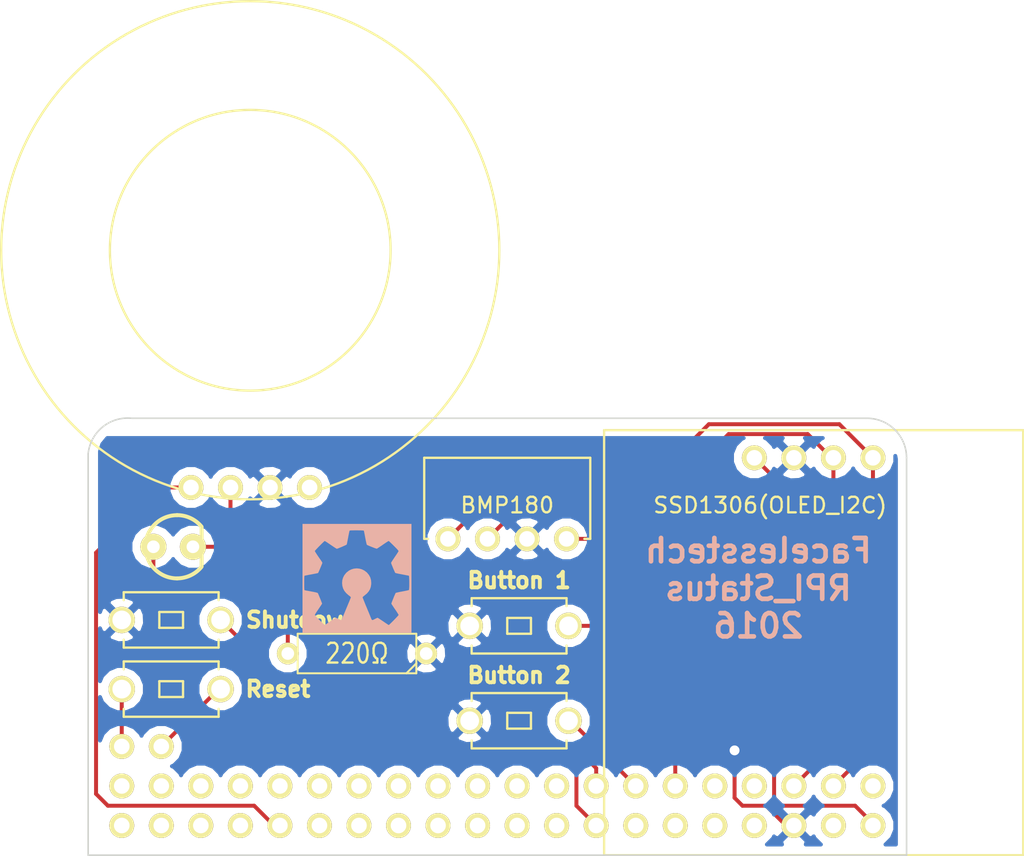
<source format=kicad_pcb>
(kicad_pcb (version 3) (host pcbnew "(22-Jun-2014 BZR 4027)-stable")

  (general
    (links 22)
    (no_connects 0)
    (area 187.630999 70.790999 253.948001 130.496)
    (thickness 1.6)
    (drawings 13)
    (tracks 70)
    (zones 0)
    (modules 11)
    (nets 13)
  )

  (page A3)
  (layers
    (15 F.Cu signal)
    (0 B.Cu signal)
    (16 B.Adhes user)
    (17 F.Adhes user)
    (18 B.Paste user)
    (19 F.Paste user)
    (20 B.SilkS user)
    (21 F.SilkS user)
    (22 B.Mask user)
    (23 F.Mask user)
    (24 Dwgs.User user)
    (25 Cmts.User user)
    (26 Eco1.User user)
    (27 Eco2.User user)
    (28 Edge.Cuts user)
  )

  (setup
    (last_trace_width 0.254)
    (trace_clearance 0.254)
    (zone_clearance 0.508)
    (zone_45_only no)
    (trace_min 0.254)
    (segment_width 0.2)
    (edge_width 0.1)
    (via_size 0.889)
    (via_drill 0.635)
    (via_min_size 0.889)
    (via_min_drill 0.508)
    (uvia_size 0.508)
    (uvia_drill 0.127)
    (uvias_allowed no)
    (uvia_min_size 0.508)
    (uvia_min_drill 0.127)
    (pcb_text_width 0.3)
    (pcb_text_size 1.5 1.5)
    (mod_edge_width 0.15)
    (mod_text_size 1 1)
    (mod_text_width 0.15)
    (pad_size 1.6 1.6)
    (pad_drill 1)
    (pad_to_mask_clearance 0)
    (aux_axis_origin 0 0)
    (visible_elements FFFFFFBF)
    (pcbplotparams
      (layerselection 284196865)
      (usegerberextensions true)
      (excludeedgelayer true)
      (linewidth 0.150000)
      (plotframeref false)
      (viasonmask false)
      (mode 1)
      (useauxorigin false)
      (hpglpennumber 1)
      (hpglpenspeed 20)
      (hpglpendiameter 15)
      (hpglpenoverlay 2)
      (psnegative false)
      (psa4output false)
      (plotreference true)
      (plotvalue true)
      (plotothertext true)
      (plotinvisibletext false)
      (padsonsilk false)
      (subtractmaskfromsilk false)
      (outputformat 1)
      (mirror false)
      (drillshape 0)
      (scaleselection 1)
      (outputdirectory gerbers/))
  )

  (net 0 "")
  (net 1 N-0000011)
  (net 2 N-0000012)
  (net 3 N-0000013)
  (net 4 N-0000016)
  (net 5 N-0000026)
  (net 6 N-000003)
  (net 7 N-0000037)
  (net 8 N-0000038)
  (net 9 N-0000039)
  (net 10 N-0000040)
  (net 11 N-0000042)
  (net 12 N-0000044)

  (net_class Default "This is the default net class."
    (clearance 0.254)
    (trace_width 0.254)
    (via_dia 0.889)
    (via_drill 0.635)
    (uvia_dia 0.508)
    (uvia_drill 0.127)
    (add_net "")
    (add_net N-0000011)
    (add_net N-0000012)
    (add_net N-0000013)
    (add_net N-0000016)
    (add_net N-0000026)
    (add_net N-000003)
    (add_net N-0000037)
    (add_net N-0000038)
    (add_net N-0000039)
    (add_net N-0000040)
    (add_net N-0000042)
    (add_net N-0000044)
  )

  (module ssd1306_oled_screen (layer F.Cu) (tedit 56C4DDA5) (tstamp 56BF8844)
    (at 240.157 100.457)
    (path /56BCBE72)
    (fp_text reference U1 (at 0 -4.191) (layer F.SilkS) hide
      (effects (font (size 1 1) (thickness 0.15)))
    )
    (fp_text value "SSD1306(OLED_I2C)" (at -2.794 3.048) (layer F.SilkS)
      (effects (font (size 1 1) (thickness 0.15)))
    )
    (fp_line (start -13.462 -1.778) (end 13.462 -1.778) (layer F.SilkS) (width 0.15))
    (fp_line (start 13.462 -1.778) (end 13.462 25.527) (layer F.SilkS) (width 0.15))
    (fp_line (start 13.462 25.527) (end -13.462 25.527) (layer F.SilkS) (width 0.15))
    (fp_line (start -13.462 25.527) (end -13.462 -1.778) (layer F.SilkS) (width 0.15))
    (pad 2 thru_hole circle (at -1.27 0) (size 1.6 1.6) (drill 1)
      (layers *.Cu *.Mask F.SilkS)
      (net 9 N-0000039)
    )
    (pad 3 thru_hole circle (at 1.27 0) (size 1.6 1.6) (drill 1)
      (layers *.Cu *.Mask F.SilkS)
      (net 5 N-0000026)
    )
    (pad 1 thru_hole circle (at -3.81 0) (size 1.6 1.6) (drill 1)
      (layers *.Cu *.Mask F.SilkS)
      (net 11 N-0000042)
    )
    (pad 4 thru_hole circle (at 3.81 0) (size 1.6 1.6) (drill 1)
      (layers *.Cu *.Mask F.SilkS)
      (net 8 N-0000038)
    )
  )

  (module BMP180 (layer F.Cu) (tedit 56C4D3A2) (tstamp 56BF888D)
    (at 220.472 105.664)
    (path /56BF80ED)
    (fp_text reference U2 (at 0 -3.937) (layer F.SilkS) hide
      (effects (font (size 1 1) (thickness 0.15)))
    )
    (fp_text value BMP180 (at 0 -2.159) (layer F.SilkS)
      (effects (font (size 1 1) (thickness 0.15)))
    )
    (fp_line (start -5.334 -5.207) (end -5.334 0) (layer F.SilkS) (width 0.15))
    (fp_line (start -5.334 0) (end -5.08 0) (layer F.SilkS) (width 0.15))
    (fp_line (start -5.334 -5.207) (end 5.334 -5.207) (layer F.SilkS) (width 0.15))
    (fp_line (start 5.334 -5.207) (end 5.334 0) (layer F.SilkS) (width 0.15))
    (fp_line (start 5.334 0) (end 4.953 0) (layer F.SilkS) (width 0.15))
    (pad 2 thru_hole circle (at -1.27 0) (size 1.6 1.6) (drill 1)
      (layers *.Cu *.Mask F.SilkS)
      (net 5 N-0000026)
    )
    (pad 3 thru_hole circle (at 1.27 0) (size 1.6 1.6) (drill 1)
      (layers *.Cu *.Mask F.SilkS)
      (net 9 N-0000039)
    )
    (pad 1 thru_hole circle (at -3.81 0) (size 1.6 1.6) (drill 1)
      (layers *.Cu *.Mask F.SilkS)
      (net 8 N-0000038)
    )
    (pad 4 thru_hole circle (at 3.81 0) (size 1.6 1.6) (drill 1)
      (layers *.Cu *.Mask F.SilkS)
      (net 11 N-0000042)
    )
  )

  (module ws2812_ring_custom (layer F.Cu) (tedit 56C4D39A) (tstamp 56C4B16D)
    (at 203.962 87.122 180)
    (path /56BCC473)
    (fp_text reference U3 (at 0 -11.938 180) (layer F.SilkS) hide
      (effects (font (size 1 1) (thickness 0.15)))
    )
    (fp_text value WS2812_RING (at 0 12.827 180) (layer F.SilkS) hide
      (effects (font (size 1 1) (thickness 0.15)))
    )
    (fp_circle (center 0 0) (end -9.017 0) (layer F.SilkS) (width 0.15))
    (fp_circle (center 0 0) (end -16.002 0) (layer F.SilkS) (width 0.15))
    (pad 3 thru_hole circle (at -1.27 -15.24 180) (size 1.6 1.6) (drill 1)
      (layers *.Cu *.Mask F.SilkS)
      (net 9 N-0000039)
    )
    (pad 2 thru_hole circle (at 1.27 -15.24 180) (size 1.6 1.6) (drill 1)
      (layers *.Cu *.Mask F.SilkS)
      (net 11 N-0000042)
    )
    (pad 4 thru_hole circle (at -3.81 -15.24 180) (size 1.6 1.6) (drill 1)
      (layers *.Cu *.Mask F.SilkS)
    )
    (pad 1 thru_hole circle (at 3.81 -15.24 180) (size 1.6 1.6) (drill 1)
      (layers *.Cu *.Mask F.SilkS)
      (net 3 N-0000013)
    )
  )

  (module button_single_custom (layer F.Cu) (tedit 56C4D280) (tstamp 56C4B2E0)
    (at 221.234 117.348)
    (path /56BCBE92)
    (fp_text reference SW2 (at 0 -4.064) (layer F.SilkS) hide
      (effects (font (size 1 1) (thickness 0.15)))
    )
    (fp_text value SW_PUSH (at 0 3.81) (layer F.SilkS) hide
      (effects (font (size 1 1) (thickness 0.15)))
    )
    (fp_line (start -0.762 -0.508) (end -0.762 0.508) (layer F.SilkS) (width 0.15))
    (fp_line (start -0.762 0.508) (end 0.762 0.508) (layer F.SilkS) (width 0.15))
    (fp_line (start 0.762 0.508) (end 0.762 -0.508) (layer F.SilkS) (width 0.15))
    (fp_line (start 0.762 -0.508) (end -0.762 -0.508) (layer F.SilkS) (width 0.15))
    (fp_line (start -3.048 1.778) (end 3.048 1.778) (layer F.SilkS) (width 0.15))
    (fp_line (start 3.048 1.778) (end 3.048 1.27) (layer F.SilkS) (width 0.15))
    (fp_line (start -3.048 1.27) (end -3.048 1.778) (layer F.SilkS) (width 0.15))
    (fp_line (start -3.048 -1.778) (end -3.048 -1.27) (layer F.SilkS) (width 0.15))
    (fp_line (start -3.048 -1.778) (end 3.048 -1.778) (layer F.SilkS) (width 0.15))
    (fp_line (start 3.048 -1.778) (end 3.048 -1.27) (layer F.SilkS) (width 0.15))
    (pad 1 thru_hole circle (at -3.175 0) (size 1.7 1.7) (drill 1.2)
      (layers *.Cu *.Mask F.SilkS)
      (net 9 N-0000039)
    )
    (pad 2 thru_hole circle (at 3.175 0) (size 1.7 1.7) (drill 1.2)
      (layers *.Cu *.Mask F.SilkS)
      (net 1 N-0000011)
    )
  )

  (module button_single_custom (layer F.Cu) (tedit 56C4D38E) (tstamp 56C4B2F0)
    (at 198.882 110.871)
    (path /56BCBEA1)
    (fp_text reference SW3 (at 0 -4.064) (layer F.SilkS) hide
      (effects (font (size 1 1) (thickness 0.15)))
    )
    (fp_text value SW_PUSH (at 0 3.81) (layer F.SilkS) hide
      (effects (font (size 1 1) (thickness 0.15)))
    )
    (fp_line (start -0.762 -0.508) (end -0.762 0.508) (layer F.SilkS) (width 0.15))
    (fp_line (start -0.762 0.508) (end 0.762 0.508) (layer F.SilkS) (width 0.15))
    (fp_line (start 0.762 0.508) (end 0.762 -0.508) (layer F.SilkS) (width 0.15))
    (fp_line (start 0.762 -0.508) (end -0.762 -0.508) (layer F.SilkS) (width 0.15))
    (fp_line (start -3.048 1.778) (end 3.048 1.778) (layer F.SilkS) (width 0.15))
    (fp_line (start 3.048 1.778) (end 3.048 1.27) (layer F.SilkS) (width 0.15))
    (fp_line (start -3.048 1.27) (end -3.048 1.778) (layer F.SilkS) (width 0.15))
    (fp_line (start -3.048 -1.778) (end -3.048 -1.27) (layer F.SilkS) (width 0.15))
    (fp_line (start -3.048 -1.778) (end 3.048 -1.778) (layer F.SilkS) (width 0.15))
    (fp_line (start 3.048 -1.778) (end 3.048 -1.27) (layer F.SilkS) (width 0.15))
    (pad 1 thru_hole circle (at -3.175 0) (size 1.7 1.7) (drill 1.2)
      (layers *.Cu *.Mask F.SilkS)
      (net 9 N-0000039)
    )
    (pad 2 thru_hole circle (at 3.175 0) (size 1.7 1.7) (drill 1.2)
      (layers *.Cu *.Mask F.SilkS)
      (net 7 N-0000037)
    )
  )

  (module button_single_custom (layer F.Cu) (tedit 56C4D279) (tstamp 56C4B300)
    (at 221.234 111.252)
    (path /56BCBEB0)
    (fp_text reference SW1 (at 0 -4.064) (layer F.SilkS) hide
      (effects (font (size 1 1) (thickness 0.15)))
    )
    (fp_text value SW_PUSH (at 0 3.81) (layer F.SilkS) hide
      (effects (font (size 1 1) (thickness 0.15)))
    )
    (fp_line (start -0.762 -0.508) (end -0.762 0.508) (layer F.SilkS) (width 0.15))
    (fp_line (start -0.762 0.508) (end 0.762 0.508) (layer F.SilkS) (width 0.15))
    (fp_line (start 0.762 0.508) (end 0.762 -0.508) (layer F.SilkS) (width 0.15))
    (fp_line (start 0.762 -0.508) (end -0.762 -0.508) (layer F.SilkS) (width 0.15))
    (fp_line (start -3.048 1.778) (end 3.048 1.778) (layer F.SilkS) (width 0.15))
    (fp_line (start 3.048 1.778) (end 3.048 1.27) (layer F.SilkS) (width 0.15))
    (fp_line (start -3.048 1.27) (end -3.048 1.778) (layer F.SilkS) (width 0.15))
    (fp_line (start -3.048 -1.778) (end -3.048 -1.27) (layer F.SilkS) (width 0.15))
    (fp_line (start -3.048 -1.778) (end 3.048 -1.778) (layer F.SilkS) (width 0.15))
    (fp_line (start 3.048 -1.778) (end 3.048 -1.27) (layer F.SilkS) (width 0.15))
    (pad 1 thru_hole circle (at -3.175 0) (size 1.7 1.7) (drill 1.2)
      (layers *.Cu *.Mask F.SilkS)
      (net 9 N-0000039)
    )
    (pad 2 thru_hole circle (at 3.175 0) (size 1.7 1.7) (drill 1.2)
      (layers *.Cu *.Mask F.SilkS)
      (net 10 N-0000040)
    )
  )

  (module button_single_custom (layer F.Cu) (tedit 56C4D362) (tstamp 56C4B310)
    (at 198.882 115.316)
    (path /56BCBEBF)
    (fp_text reference SW4 (at 0 -4.064) (layer F.SilkS) hide
      (effects (font (size 1 1) (thickness 0.15)))
    )
    (fp_text value SW_PUSH (at 0 3.81) (layer F.SilkS) hide
      (effects (font (size 1 1) (thickness 0.15)))
    )
    (fp_line (start -0.762 -0.508) (end -0.762 0.508) (layer F.SilkS) (width 0.15))
    (fp_line (start -0.762 0.508) (end 0.762 0.508) (layer F.SilkS) (width 0.15))
    (fp_line (start 0.762 0.508) (end 0.762 -0.508) (layer F.SilkS) (width 0.15))
    (fp_line (start 0.762 -0.508) (end -0.762 -0.508) (layer F.SilkS) (width 0.15))
    (fp_line (start -3.048 1.778) (end 3.048 1.778) (layer F.SilkS) (width 0.15))
    (fp_line (start 3.048 1.778) (end 3.048 1.27) (layer F.SilkS) (width 0.15))
    (fp_line (start -3.048 1.27) (end -3.048 1.778) (layer F.SilkS) (width 0.15))
    (fp_line (start -3.048 -1.778) (end -3.048 -1.27) (layer F.SilkS) (width 0.15))
    (fp_line (start -3.048 -1.778) (end 3.048 -1.778) (layer F.SilkS) (width 0.15))
    (fp_line (start 3.048 -1.778) (end 3.048 -1.27) (layer F.SilkS) (width 0.15))
    (pad 1 thru_hole circle (at -3.175 0) (size 1.7 1.7) (drill 1.2)
      (layers *.Cu *.Mask F.SilkS)
      (net 4 N-0000016)
    )
    (pad 2 thru_hole circle (at 3.175 0) (size 1.7 1.7) (drill 1.2)
      (layers *.Cu *.Mask F.SilkS)
      (net 2 N-0000012)
    )
  )

  (module raspberry_pi_GPIO_header (layer F.Cu) (tedit 56C4D3B1) (tstamp 56C51A27)
    (at 219.837 122.809)
    (path /56BCF801)
    (fp_text reference U4 (at 0 -6.858) (layer F.SilkS) hide
      (effects (font (size 1 1) (thickness 0.15)))
    )
    (fp_text value RASPBERRY_PI_HEADER (at 0 6.858) (layer F.SilkS) hide
      (effects (font (size 1 1) (thickness 0.15)))
    )
    (pad 40 thru_hole circle (at -24.13 1.27) (size 1.6 1.6) (drill 1)
      (layers *.Cu *.Mask F.SilkS)
    )
    (pad 39 thru_hole circle (at -24.13 -1.27) (size 1.6 1.6) (drill 1)
      (layers *.Cu *.Mask F.SilkS)
    )
    (pad 38 thru_hole circle (at -21.59 1.27) (size 1.6 1.6) (drill 1)
      (layers *.Cu *.Mask F.SilkS)
    )
    (pad 37 thru_hole circle (at -21.59 -1.27) (size 1.6 1.6) (drill 1)
      (layers *.Cu *.Mask F.SilkS)
    )
    (pad 36 thru_hole circle (at -19.05 1.27) (size 1.6 1.6) (drill 1)
      (layers *.Cu *.Mask F.SilkS)
    )
    (pad 35 thru_hole circle (at -19.05 -1.27) (size 1.6 1.6) (drill 1)
      (layers *.Cu *.Mask F.SilkS)
    )
    (pad 34 thru_hole circle (at -16.51 1.27) (size 1.6 1.6) (drill 1)
      (layers *.Cu *.Mask F.SilkS)
    )
    (pad 33 thru_hole circle (at -16.51 -1.27) (size 1.6 1.6) (drill 1)
      (layers *.Cu *.Mask F.SilkS)
    )
    (pad 32 thru_hole circle (at -13.97 1.27) (size 1.6 1.6) (drill 1)
      (layers *.Cu *.Mask F.SilkS)
      (net 3 N-0000013)
    )
    (pad 31 thru_hole circle (at -13.97 -1.27) (size 1.6 1.6) (drill 1)
      (layers *.Cu *.Mask F.SilkS)
    )
    (pad 30 thru_hole circle (at -11.43 1.27) (size 1.6 1.6) (drill 1)
      (layers *.Cu *.Mask F.SilkS)
    )
    (pad 29 thru_hole circle (at -11.43 -1.27) (size 1.6 1.6) (drill 1)
      (layers *.Cu *.Mask F.SilkS)
    )
    (pad 28 thru_hole circle (at -8.89 1.27) (size 1.6 1.6) (drill 1)
      (layers *.Cu *.Mask F.SilkS)
    )
    (pad 27 thru_hole circle (at -8.89 -1.27) (size 1.6 1.6) (drill 1)
      (layers *.Cu *.Mask F.SilkS)
    )
    (pad 26 thru_hole circle (at -6.35 1.27) (size 1.6 1.6) (drill 1)
      (layers *.Cu *.Mask F.SilkS)
    )
    (pad 25 thru_hole circle (at -6.35 -1.27) (size 1.6 1.6) (drill 1)
      (layers *.Cu *.Mask F.SilkS)
    )
    (pad 24 thru_hole circle (at -3.81 1.27) (size 1.6 1.6) (drill 1)
      (layers *.Cu *.Mask F.SilkS)
    )
    (pad 23 thru_hole circle (at -3.81 -1.27) (size 1.6 1.6) (drill 1)
      (layers *.Cu *.Mask F.SilkS)
    )
    (pad 22 thru_hole circle (at -1.27 1.27) (size 1.6 1.6) (drill 1)
      (layers *.Cu *.Mask F.SilkS)
    )
    (pad 21 thru_hole circle (at -1.27 -1.27) (size 1.6 1.6) (drill 1)
      (layers *.Cu *.Mask F.SilkS)
    )
    (pad 20 thru_hole circle (at 1.27 1.27) (size 1.6 1.6) (drill 1)
      (layers *.Cu *.Mask F.SilkS)
    )
    (pad 19 thru_hole circle (at 1.27 -1.27) (size 1.6 1.6) (drill 1)
      (layers *.Cu *.Mask F.SilkS)
    )
    (pad 18 thru_hole circle (at 3.81 1.27) (size 1.6 1.6) (drill 1)
      (layers *.Cu *.Mask F.SilkS)
    )
    (pad 17 thru_hole circle (at 3.81 -1.27) (size 1.6 1.6) (drill 1)
      (layers *.Cu *.Mask F.SilkS)
    )
    (pad 16 thru_hole circle (at 6.35 1.27) (size 1.6 1.6) (drill 1)
      (layers *.Cu *.Mask F.SilkS)
      (net 6 N-000003)
    )
    (pad 15 thru_hole circle (at 6.35 -1.27) (size 1.6 1.6) (drill 1)
      (layers *.Cu *.Mask F.SilkS)
      (net 7 N-0000037)
    )
    (pad 14 thru_hole circle (at 8.89 1.27) (size 1.6 1.6) (drill 1)
      (layers *.Cu *.Mask F.SilkS)
    )
    (pad 13 thru_hole circle (at 8.89 -1.27) (size 1.6 1.6) (drill 1)
      (layers *.Cu *.Mask F.SilkS)
      (net 1 N-0000011)
    )
    (pad 12 thru_hole circle (at 11.43 1.27) (size 1.6 1.6) (drill 1)
      (layers *.Cu *.Mask F.SilkS)
    )
    (pad 11 thru_hole circle (at 11.43 -1.27) (size 1.6 1.6) (drill 1)
      (layers *.Cu *.Mask F.SilkS)
      (net 10 N-0000040)
    )
    (pad 10 thru_hole circle (at 13.97 1.27) (size 1.6 1.6) (drill 1)
      (layers *.Cu *.Mask F.SilkS)
    )
    (pad 9 thru_hole circle (at 13.97 -1.27) (size 1.6 1.6) (drill 1)
      (layers *.Cu *.Mask F.SilkS)
    )
    (pad 8 thru_hole circle (at 16.51 1.27) (size 1.6 1.6) (drill 1)
      (layers *.Cu *.Mask F.SilkS)
    )
    (pad 7 thru_hole circle (at 16.51 -1.27) (size 1.6 1.6) (drill 1)
      (layers *.Cu *.Mask F.SilkS)
    )
    (pad 6 thru_hole circle (at 19.05 1.27) (size 1.6 1.6) (drill 1)
      (layers *.Cu *.Mask F.SilkS)
      (net 9 N-0000039)
    )
    (pad 5 thru_hole circle (at 19.05 -1.27) (size 1.6 1.6) (drill 1)
      (layers *.Cu *.Mask F.SilkS)
      (net 5 N-0000026)
    )
    (pad 4 thru_hole circle (at 21.59 1.27) (size 1.6 1.6) (drill 1)
      (layers *.Cu *.Mask F.SilkS)
    )
    (pad 3 thru_hole circle (at 21.59 -1.27) (size 1.6 1.6) (drill 1)
      (layers *.Cu *.Mask F.SilkS)
      (net 8 N-0000038)
    )
    (pad 2 thru_hole circle (at 24.13 1.27) (size 1.6 1.6) (drill 1)
      (layers *.Cu *.Mask F.SilkS)
      (net 11 N-0000042)
    )
    (pad 1 thru_hole circle (at 24.13 -1.27) (size 1.6 1.6) (drill 1)
      (layers *.Cu *.Mask F.SilkS)
    )
    (pad 41 thru_hole circle (at -24.13 -3.81) (size 1.6 1.6) (drill 1)
      (layers *.Cu *.Mask F.SilkS)
      (net 4 N-0000016)
    )
    (pad 42 thru_hole circle (at -21.59 -3.81) (size 1.6 1.6) (drill 1)
      (layers *.Cu *.Mask F.SilkS)
      (net 2 N-0000012)
    )
  )

  (module led_3mm_custom (layer F.Cu) (tedit 56C4D391) (tstamp 56C4D0E6)
    (at 199.009 106.172)
    (descr "LED 3mm - Lead pitch 100mil (2,54mm)")
    (tags "LED led 3mm 3MM 100mil 2,54mm")
    (path /56BCC2A8)
    (fp_text reference D1 (at 0 -3.048) (layer F.SilkS) hide
      (effects (font (size 0.762 0.762) (thickness 0.0889)))
    )
    (fp_text value LED (at 0 3.048) (layer F.SilkS) hide
      (effects (font (size 0.762 0.762) (thickness 0.0889)))
    )
    (fp_line (start 1.8288 1.27) (end 1.8288 -1.27) (layer F.SilkS) (width 0.254))
    (fp_arc (start 0.254 0) (end 0.254 -2.032) (angle 50.1) (layer F.SilkS) (width 0.254))
    (fp_arc (start 0.254 0) (end -1.5367 -0.95504) (angle 61.9) (layer F.SilkS) (width 0.254))
    (fp_arc (start 0.254 0) (end 1.8034 1.31064) (angle 49.7) (layer F.SilkS) (width 0.254))
    (fp_arc (start 0.254 0) (end 0.254 2.032) (angle 60.2) (layer F.SilkS) (width 0.254))
    (fp_arc (start 0.254 0) (end -1.778 0) (angle 28.3) (layer F.SilkS) (width 0.254))
    (fp_arc (start 0.254 0) (end -1.47574 1.06426) (angle 31.6) (layer F.SilkS) (width 0.254))
    (pad 1 thru_hole circle (at -1.27 0) (size 1.6764 1.6764) (drill 0.8128)
      (layers *.Cu *.Mask F.SilkS)
      (net 6 N-000003)
    )
    (pad 2 thru_hole circle (at 1.27 0) (size 1.6764 1.6764) (drill 0.8128)
      (layers *.Cu *.Mask F.SilkS)
      (net 12 N-0000044)
    )
    (model discret/leds/led3_vertical_verde.wrl
      (at (xyz 0 0 0))
      (scale (xyz 1 1 1))
      (rotate (xyz 0 0 0))
    )
  )

  (module R3-5 (layer F.Cu) (tedit 56C4DDB2) (tstamp 56C4D54A)
    (at 210.82 113.03 180)
    (path /56BCC2DD)
    (fp_text reference 220Ω (at 0 0 180) (layer F.SilkS)
      (effects (font (size 1.27 1.016) (thickness 0.1524)))
    )
    (fp_text value R (at 0 0 180) (layer F.SilkS) hide
      (effects (font (size 1.27 1.016) (thickness 0.1524)))
    )
    (fp_line (start -3.81 -0.635) (end -3.81 1.27) (layer F.SilkS) (width 0.127))
    (fp_line (start -3.81 1.27) (end 3.81 1.27) (layer F.SilkS) (width 0.127))
    (fp_line (start 3.81 1.27) (end 3.81 -1.27) (layer F.SilkS) (width 0.127))
    (fp_line (start 3.81 -1.27) (end -3.81 -1.27) (layer F.SilkS) (width 0.127))
    (fp_line (start -3.81 -1.27) (end -3.81 -0.635) (layer F.SilkS) (width 0.127))
    (fp_line (start -4.445 0) (end -3.81 0) (layer F.SilkS) (width 0.127))
    (fp_line (start 3.81 0) (end 4.445 0) (layer F.SilkS) (width 0.127))
    (fp_line (start -3.81 -0.635) (end -3.175 -1.27) (layer F.SilkS) (width 0.127))
    (pad 1 thru_hole circle (at -4.445 0 180) (size 1.397 1.397) (drill 0.8128)
      (layers *.Cu *.Mask F.SilkS)
      (net 9 N-0000039)
    )
    (pad 2 thru_hole circle (at 4.445 0 180) (size 1.397 1.397) (drill 0.8128)
      (layers *.Cu *.Mask F.SilkS)
      (net 12 N-0000044)
    )
    (model discret/resistor.wrl
      (at (xyz 0 0 0))
      (scale (xyz 0.35 0.35 0.3))
      (rotate (xyz 0 0 0))
    )
  )

  (module OSH_final_silks_back (layer F.Cu) (tedit 0) (tstamp 56C5999F)
    (at 210.82 108.204)
    (fp_text reference VAL (at 0 0) (layer F.SilkS) hide
      (effects (font (size 1.143 1.143) (thickness 0.1778)))
    )
    (fp_text value OSH_final_silks_back (at 0 0) (layer F.SilkS) hide
      (effects (font (size 1.143 1.143) (thickness 0.1778)))
    )
    (fp_poly (pts (xy -3.50012 3.50012) (xy -3.3909 3.50012) (xy -3.3909 0.4318) (xy -3.3909 0.29464)
      (xy -3.3909 0.14986) (xy -3.3909 0.0381) (xy -3.38836 -0.04572) (xy -3.38582 -0.10414)
      (xy -3.38074 -0.14224) (xy -3.37566 -0.1651) (xy -3.36804 -0.17272) (xy -3.34264 -0.1778)
      (xy -3.2893 -0.1905) (xy -3.21056 -0.20574) (xy -3.1115 -0.22606) (xy -2.99974 -0.24638)
      (xy -2.92608 -0.25908) (xy -2.80924 -0.28194) (xy -2.70256 -0.30226) (xy -2.61366 -0.32004)
      (xy -2.54762 -0.33528) (xy -2.50952 -0.3429) (xy -2.49936 -0.34798) (xy -2.4892 -0.3683)
      (xy -2.46634 -0.41656) (xy -2.43586 -0.48514) (xy -2.4003 -0.56642) (xy -2.3622 -0.65532)
      (xy -2.3241 -0.74676) (xy -2.28854 -0.83312) (xy -2.25806 -0.90678) (xy -2.23774 -0.96266)
      (xy -2.22504 -0.99568) (xy -2.22504 -0.99822) (xy -2.2352 -1.02362) (xy -2.2606 -1.07188)
      (xy -2.30124 -1.13284) (xy -2.33934 -1.19126) (xy -2.4511 -1.34874) (xy -2.54 -1.48082)
      (xy -2.60858 -1.58496) (xy -2.65938 -1.6637) (xy -2.6924 -1.71958) (xy -2.70764 -1.7526)
      (xy -2.71018 -1.75768) (xy -2.69748 -1.778) (xy -2.66446 -1.81864) (xy -2.61366 -1.87452)
      (xy -2.54762 -1.9431) (xy -2.4765 -2.0193) (xy -2.39776 -2.09804) (xy -2.31902 -2.17678)
      (xy -2.24536 -2.25044) (xy -2.17932 -2.31394) (xy -2.12598 -2.36474) (xy -2.08788 -2.39522)
      (xy -2.07264 -2.40538) (xy -2.05232 -2.39522) (xy -2.0066 -2.36728) (xy -1.94056 -2.32664)
      (xy -1.85928 -2.27076) (xy -1.76276 -2.20726) (xy -1.68656 -2.15392) (xy -1.58242 -2.08534)
      (xy -1.49098 -2.02184) (xy -1.41224 -1.97104) (xy -1.35128 -1.93294) (xy -1.31064 -1.91008)
      (xy -1.29794 -1.90246) (xy -1.27254 -1.91008) (xy -1.2192 -1.92786) (xy -1.14808 -1.9558)
      (xy -1.06426 -1.99136) (xy -0.97282 -2.02692) (xy -0.88392 -2.06756) (xy -0.80264 -2.10312)
      (xy -0.73406 -2.13614) (xy -0.6858 -2.159) (xy -0.66294 -2.17424) (xy -0.66294 -2.17424)
      (xy -0.65532 -2.19964) (xy -0.64262 -2.25298) (xy -0.62738 -2.33172) (xy -0.60706 -2.43078)
      (xy -0.58674 -2.54254) (xy -0.57404 -2.6035) (xy -0.55372 -2.72034) (xy -0.53086 -2.82956)
      (xy -0.51308 -2.921) (xy -0.49784 -2.99212) (xy -0.48768 -3.03784) (xy -0.48514 -3.048)
      (xy -0.47752 -3.0607) (xy -0.4699 -3.06832) (xy -0.45212 -3.07594) (xy -0.42418 -3.08102)
      (xy -0.381 -3.08356) (xy -0.3175 -3.0861) (xy -0.2286 -3.0861) (xy -0.11176 -3.08864)
      (xy -0.02032 -3.08864) (xy 0.10922 -3.0861) (xy 0.22352 -3.0861) (xy 0.3175 -3.08102)
      (xy 0.38862 -3.07848) (xy 0.42926 -3.0734) (xy 0.43942 -3.07086) (xy 0.4445 -3.05054)
      (xy 0.4572 -2.9972) (xy 0.47244 -2.921) (xy 0.49276 -2.82194) (xy 0.51308 -2.71018)
      (xy 0.53086 -2.6162) (xy 0.55372 -2.49682) (xy 0.57658 -2.38506) (xy 0.5969 -2.29108)
      (xy 0.61468 -2.21996) (xy 0.62738 -2.17424) (xy 0.635 -2.16154) (xy 0.6604 -2.14376)
      (xy 0.7112 -2.1209) (xy 0.78232 -2.09042) (xy 0.86614 -2.05486) (xy 0.95758 -2.0193)
      (xy 1.04648 -1.98374) (xy 1.1303 -1.95072) (xy 1.20142 -1.92786) (xy 1.25222 -1.91262)
      (xy 1.27508 -1.90754) (xy 1.2954 -1.92024) (xy 1.34366 -1.95072) (xy 1.4097 -1.9939)
      (xy 1.49352 -2.04978) (xy 1.59004 -2.11328) (xy 1.65608 -2.16154) (xy 1.75768 -2.23012)
      (xy 1.84658 -2.29108) (xy 1.92532 -2.34188) (xy 1.98628 -2.37998) (xy 2.02184 -2.4003)
      (xy 2.032 -2.40538) (xy 2.05232 -2.39268) (xy 2.09296 -2.35966) (xy 2.14884 -2.30632)
      (xy 2.21996 -2.23774) (xy 2.30378 -2.15646) (xy 2.36728 -2.09296) (xy 2.47142 -1.98882)
      (xy 2.5527 -1.905) (xy 2.61112 -1.8415) (xy 2.64668 -1.79578) (xy 2.667 -1.7653)
      (xy 2.66954 -1.74752) (xy 2.65684 -1.72466) (xy 2.6289 -1.6764) (xy 2.58318 -1.60528)
      (xy 2.5273 -1.52146) (xy 2.4638 -1.42748) (xy 2.4257 -1.3716) (xy 2.35966 -1.27254)
      (xy 2.2987 -1.1811) (xy 2.2479 -1.10236) (xy 2.21234 -1.04394) (xy 2.19202 -1.00584)
      (xy 2.18948 -0.99568) (xy 2.1971 -0.97028) (xy 2.21488 -0.91948) (xy 2.24282 -0.84836)
      (xy 2.27838 -0.76454) (xy 2.31394 -0.6731) (xy 2.35204 -0.58166) (xy 2.39014 -0.50038)
      (xy 2.42062 -0.42926) (xy 2.44602 -0.37846) (xy 2.45872 -0.35306) (xy 2.45872 -0.35306)
      (xy 2.48158 -0.34544) (xy 2.53238 -0.33274) (xy 2.60858 -0.31496) (xy 2.7051 -0.29464)
      (xy 2.81686 -0.27432) (xy 2.89052 -0.25908) (xy 3.0099 -0.23622) (xy 3.11658 -0.2159)
      (xy 3.20802 -0.19812) (xy 3.27914 -0.18542) (xy 3.32232 -0.17526) (xy 3.33248 -0.17272)
      (xy 3.3401 -0.1524) (xy 3.34772 -0.1016) (xy 3.35026 -0.02794) (xy 3.35534 0.0635)
      (xy 3.35788 0.17018) (xy 3.35788 0.2794) (xy 3.35788 0.39116) (xy 3.35788 0.49784)
      (xy 3.3528 0.59182) (xy 3.34772 0.67056) (xy 3.34264 0.7239) (xy 3.33502 0.7493)
      (xy 3.33502 0.7493) (xy 3.30962 0.75692) (xy 3.25628 0.76962) (xy 3.18008 0.7874)
      (xy 3.08102 0.80772) (xy 2.96926 0.82804) (xy 2.9083 0.84074) (xy 2.794 0.86106)
      (xy 2.68732 0.88392) (xy 2.59842 0.90424) (xy 2.53238 0.91948) (xy 2.49174 0.93218)
      (xy 2.48412 0.93726) (xy 2.47142 0.96012) (xy 2.44856 1.01092) (xy 2.41808 1.08204)
      (xy 2.37998 1.16586) (xy 2.34442 1.25984) (xy 2.30632 1.35382) (xy 2.27076 1.44272)
      (xy 2.24028 1.51892) (xy 2.21996 1.57988) (xy 2.2098 1.61544) (xy 2.20726 1.62052)
      (xy 2.21742 1.64084) (xy 2.24536 1.68656) (xy 2.28854 1.7526) (xy 2.34188 1.83388)
      (xy 2.40538 1.92786) (xy 2.44094 1.97866) (xy 2.50952 2.07772) (xy 2.56794 2.16662)
      (xy 2.6162 2.24536) (xy 2.65176 2.30378) (xy 2.67208 2.33934) (xy 2.67462 2.3495)
      (xy 2.66192 2.36728) (xy 2.6289 2.40792) (xy 2.5781 2.4638) (xy 2.5146 2.53238)
      (xy 2.44094 2.60858) (xy 2.36474 2.68732) (xy 2.286 2.76606) (xy 2.21234 2.83972)
      (xy 2.1463 2.90322) (xy 2.09296 2.95402) (xy 2.0574 2.98704) (xy 2.03962 2.9972)
      (xy 2.02184 2.98704) (xy 1.97866 2.96164) (xy 1.91516 2.91846) (xy 1.83388 2.86512)
      (xy 1.74244 2.80162) (xy 1.68656 2.76352) (xy 1.5875 2.69748) (xy 1.4986 2.63906)
      (xy 1.4224 2.58826) (xy 1.36398 2.5527) (xy 1.32842 2.53238) (xy 1.3208 2.52984)
      (xy 1.2954 2.53746) (xy 1.24714 2.56032) (xy 1.18364 2.5908) (xy 1.14046 2.61366)
      (xy 1.06426 2.65176) (xy 1.01346 2.67462) (xy 0.97536 2.67462) (xy 0.94742 2.65176)
      (xy 0.92202 2.6035) (xy 0.889 2.52222) (xy 0.88392 2.51206) (xy 0.8636 2.4638)
      (xy 0.83312 2.38506) (xy 0.79248 2.286) (xy 0.74422 2.16662) (xy 0.68834 2.03708)
      (xy 0.63246 1.89738) (xy 0.59436 1.80848) (xy 0.53848 1.67386) (xy 0.48768 1.54686)
      (xy 0.4445 1.43764) (xy 0.4064 1.34366) (xy 0.37846 1.27254) (xy 0.36322 1.22682)
      (xy 0.35814 1.21412) (xy 0.37338 1.19126) (xy 0.40894 1.1557) (xy 0.46228 1.11252)
      (xy 0.48514 1.09474) (xy 0.635 0.97028) (xy 0.7493 0.8382) (xy 0.83312 0.6985)
      (xy 0.88646 0.5461) (xy 0.91186 0.37592) (xy 0.9144 0.28448) (xy 0.89916 0.1016)
      (xy 0.8509 -0.06604) (xy 0.76708 -0.22098) (xy 0.65278 -0.36068) (xy 0.6096 -0.40132)
      (xy 0.46482 -0.508) (xy 0.30734 -0.5842) (xy 0.14224 -0.62992) (xy -0.0254 -0.64262)
      (xy -0.19558 -0.62738) (xy -0.35814 -0.57912) (xy -0.51308 -0.50292) (xy -0.65278 -0.3937)
      (xy -0.70104 -0.34798) (xy -0.81534 -0.2032) (xy -0.89408 -0.0508) (xy -0.94234 0.1143)
      (xy -0.95758 0.29464) (xy -0.95758 0.29718) (xy -0.9398 0.47752) (xy -0.89154 0.6477)
      (xy -0.81026 0.80264) (xy -0.69342 0.94488) (xy -0.5461 1.07696) (xy -0.50546 1.10744)
      (xy -0.45212 1.14808) (xy -0.41402 1.18364) (xy -0.39624 1.20904) (xy -0.3937 1.21158)
      (xy -0.40132 1.23698) (xy -0.4191 1.28778) (xy -0.44704 1.35636) (xy -0.48006 1.43764)
      (xy -0.4826 1.4478) (xy -0.51308 1.52146) (xy -0.55626 1.62052) (xy -0.60452 1.7399)
      (xy -0.6604 1.87198) (xy -0.71882 2.01168) (xy -0.7747 2.15138) (xy -0.77978 2.16154)
      (xy -0.83312 2.28854) (xy -0.88138 2.40284) (xy -0.92456 2.50444) (xy -0.96012 2.58572)
      (xy -0.98552 2.64414) (xy -1.00076 2.67716) (xy -1.0033 2.6797) (xy -1.02616 2.6797)
      (xy -1.07188 2.66192) (xy -1.13792 2.63398) (xy -1.17856 2.61366) (xy -1.24968 2.5781)
      (xy -1.3081 2.55016) (xy -1.34874 2.53238) (xy -1.36144 2.52984) (xy -1.38176 2.54)
      (xy -1.42748 2.56794) (xy -1.49352 2.60858) (xy -1.5748 2.66192) (xy -1.66624 2.72542)
      (xy -1.69418 2.7432) (xy -1.78816 2.80924) (xy -1.87706 2.86766) (xy -1.95072 2.91846)
      (xy -2.0066 2.95402) (xy -2.03962 2.97688) (xy -2.0447 2.97942) (xy -2.05994 2.9845)
      (xy -2.07518 2.98196) (xy -2.0955 2.9718) (xy -2.12598 2.95148) (xy -2.16662 2.91338)
      (xy -2.22504 2.86004) (xy -2.2987 2.78638) (xy -2.39776 2.68986) (xy -2.39776 2.68986)
      (xy -2.4892 2.59588) (xy -2.57048 2.51206) (xy -2.63398 2.44348) (xy -2.68224 2.3876)
      (xy -2.7051 2.35458) (xy -2.71018 2.34696) (xy -2.70002 2.32156) (xy -2.67208 2.2733)
      (xy -2.63144 2.20472) (xy -2.57556 2.1209) (xy -2.51206 2.02692) (xy -2.4765 1.97358)
      (xy -2.41046 1.87706) (xy -2.35204 1.78816) (xy -2.30124 1.7145) (xy -2.26568 1.65862)
      (xy -2.24536 1.6256) (xy -2.24282 1.62052) (xy -2.25044 1.59766) (xy -2.26822 1.54686)
      (xy -2.29616 1.47828) (xy -2.32664 1.39446) (xy -2.36474 1.30302) (xy -2.40284 1.21158)
      (xy -2.4384 1.12268) (xy -2.47142 1.04394) (xy -2.49682 0.98552) (xy -2.5146 0.94996)
      (xy -2.51714 0.94488) (xy -2.53238 0.93218) (xy -2.5654 0.92202) (xy -2.6162 0.90678)
      (xy -2.68986 0.889) (xy -2.78638 0.86868) (xy -2.91338 0.84582) (xy -3.07086 0.81534)
      (xy -3.16738 0.79756) (xy -3.24358 0.78486) (xy -3.30708 0.77216) (xy -3.35026 0.762)
      (xy -3.36042 0.75946) (xy -3.37058 0.75438) (xy -3.3782 0.74422) (xy -3.38328 0.71882)
      (xy -3.38582 0.68072) (xy -3.38836 0.6223) (xy -3.3909 0.54102) (xy -3.3909 0.4318)
      (xy -3.3909 3.50012) (xy 0 3.50012) (xy 3.50012 3.50012) (xy 3.50012 0)
      (xy 3.50012 -3.50012) (xy 0 -3.50012) (xy -3.50012 -3.50012) (xy -3.50012 0)
      (xy -3.50012 3.50012) (xy -3.50012 3.50012)) (layer B.SilkS) (width 0.00254))
  )

  (gr_text 2016 (at 236.601 111.252) (layer B.SilkS)
    (effects (font (size 1.5 1.5) (thickness 0.3)) (justify mirror))
  )
  (gr_text RPI_Status (at 236.601 108.839) (layer B.SilkS)
    (effects (font (size 1.5 1.5) (thickness 0.3)) (justify mirror))
  )
  (gr_text Facelesstech (at 236.601 106.426) (layer B.SilkS)
    (effects (font (size 1.5 1.5) (thickness 0.3)) (justify mirror))
  )
  (gr_line (start 193.548 100.203) (end 193.548 125.984) (angle 90) (layer Edge.Cuts) (width 0.1))
  (gr_line (start 243.586 97.917) (end 196.342 97.917) (angle 90) (layer Edge.Cuts) (width 0.1))
  (gr_line (start 246.126 125.984) (end 246.126 100.457) (angle 90) (layer Edge.Cuts) (width 0.1))
  (gr_arc (start 196.088 100.457) (end 193.548 100.203) (angle 90) (layer Edge.Cuts) (width 0.1))
  (gr_arc (start 243.586 100.457) (end 243.586 97.917) (angle 90) (layer Edge.Cuts) (width 0.1))
  (gr_line (start 246.126 125.984) (end 193.548 125.984) (angle 90) (layer Edge.Cuts) (width 0.1))
  (gr_text "Button 2" (at 221.234 114.427) (layer F.SilkS)
    (effects (font (size 1 1) (thickness 0.25)))
  )
  (gr_text "Button 1" (at 221.234 108.331) (layer F.SilkS)
    (effects (font (size 1 1) (thickness 0.25)))
  )
  (gr_text Reset (at 205.74 115.316) (layer F.SilkS)
    (effects (font (size 1 1) (thickness 0.25)))
  )
  (gr_text Shutdown (at 207.264 110.871) (layer F.SilkS)
    (effects (font (size 1 1) (thickness 0.25)))
  )

  (segment (start 224.409 117.348) (end 224.536 117.348) (width 0.254) (layer F.Cu) (net 1))
  (segment (start 224.536 117.348) (end 228.727 121.539) (width 0.254) (layer F.Cu) (net 1) (tstamp 56C4D31A))
  (segment (start 202.057 115.316) (end 201.93 115.316) (width 0.254) (layer F.Cu) (net 2))
  (segment (start 201.93 115.316) (end 198.247 118.999) (width 0.254) (layer F.Cu) (net 2) (tstamp 56C4C89B))
  (segment (start 205.867 124.079) (end 205.486 124.079) (width 0.254) (layer F.Cu) (net 3))
  (segment (start 198.247 102.362) (end 200.152 102.362) (width 0.254) (layer F.Cu) (net 3) (tstamp 56C4D8DF))
  (segment (start 194.056 106.553) (end 198.247 102.362) (width 0.254) (layer F.Cu) (net 3) (tstamp 56C4D8DA))
  (segment (start 194.056 122.047) (end 194.056 106.553) (width 0.254) (layer F.Cu) (net 3) (tstamp 56C4D8D4))
  (segment (start 194.818 122.809) (end 194.056 122.047) (width 0.254) (layer F.Cu) (net 3) (tstamp 56C4D8D3))
  (segment (start 204.216 122.809) (end 194.818 122.809) (width 0.254) (layer F.Cu) (net 3) (tstamp 56C4D8CC))
  (segment (start 205.486 124.079) (end 204.216 122.809) (width 0.254) (layer F.Cu) (net 3) (tstamp 56C4D8C9))
  (segment (start 195.707 115.316) (end 195.707 118.999) (width 0.254) (layer F.Cu) (net 4))
  (segment (start 241.427 100.457) (end 241.3 100.457) (width 0.254) (layer F.Cu) (net 5))
  (segment (start 221.234 103.632) (end 219.202 105.664) (width 0.254) (layer F.Cu) (net 5) (tstamp 56C4D927))
  (segment (start 229.997 103.632) (end 221.234 103.632) (width 0.254) (layer F.Cu) (net 5) (tstamp 56C4D920))
  (segment (start 234.696 98.933) (end 229.997 103.632) (width 0.254) (layer F.Cu) (net 5) (tstamp 56C4D917))
  (segment (start 239.776 98.933) (end 234.696 98.933) (width 0.254) (layer F.Cu) (net 5) (tstamp 56C4D914))
  (segment (start 241.3 100.457) (end 239.776 98.933) (width 0.254) (layer F.Cu) (net 5) (tstamp 56C4D910))
  (segment (start 241.427 100.457) (end 241.427 118.999) (width 0.254) (layer F.Cu) (net 5))
  (segment (start 241.427 118.999) (end 238.887 121.539) (width 0.254) (layer F.Cu) (net 5) (tstamp 56C4C961))
  (segment (start 197.739 106.172) (end 197.739 110.109) (width 0.254) (layer F.Cu) (net 6))
  (segment (start 224.917 122.809) (end 226.187 124.079) (width 0.254) (layer F.Cu) (net 6) (tstamp 56C4DEC5))
  (segment (start 224.917 120.65) (end 224.917 122.809) (width 0.254) (layer F.Cu) (net 6) (tstamp 56C4DEC2))
  (segment (start 224.155 119.888) (end 224.917 120.65) (width 0.254) (layer F.Cu) (net 6) (tstamp 56C4DEC1))
  (segment (start 215.773 119.888) (end 224.155 119.888) (width 0.254) (layer F.Cu) (net 6) (tstamp 56C4DEBA))
  (segment (start 212.471 116.586) (end 215.773 119.888) (width 0.254) (layer F.Cu) (net 6) (tstamp 56C4DEB8))
  (segment (start 206.121 116.586) (end 212.471 116.586) (width 0.254) (layer F.Cu) (net 6) (tstamp 56C4DEB5))
  (segment (start 202.565 113.03) (end 206.121 116.586) (width 0.254) (layer F.Cu) (net 6) (tstamp 56C4DEB2))
  (segment (start 200.66 113.03) (end 202.565 113.03) (width 0.254) (layer F.Cu) (net 6) (tstamp 56C4DEB0))
  (segment (start 197.739 110.109) (end 200.66 113.03) (width 0.254) (layer F.Cu) (net 6) (tstamp 56C4DEAB))
  (segment (start 226.187 121.539) (end 226.187 120.396) (width 0.254) (layer F.Cu) (net 7))
  (segment (start 206.756 115.57) (end 202.057 110.871) (width 0.254) (layer F.Cu) (net 7) (tstamp 56C4D219))
  (segment (start 212.852 115.57) (end 206.756 115.57) (width 0.254) (layer F.Cu) (net 7) (tstamp 56C4D217))
  (segment (start 216.281 118.999) (end 212.852 115.57) (width 0.254) (layer F.Cu) (net 7) (tstamp 56C4D215))
  (segment (start 224.79 118.999) (end 216.281 118.999) (width 0.254) (layer F.Cu) (net 7) (tstamp 56C4D20F))
  (segment (start 226.187 120.396) (end 224.79 118.999) (width 0.254) (layer F.Cu) (net 7) (tstamp 56C4D20D))
  (segment (start 216.662 105.664) (end 219.964 102.362) (width 0.254) (layer F.Cu) (net 8))
  (segment (start 241.808 98.298) (end 243.967 100.457) (width 0.254) (layer F.Cu) (net 8) (tstamp 56C4D936))
  (segment (start 233.426 98.298) (end 241.808 98.298) (width 0.254) (layer F.Cu) (net 8) (tstamp 56C4D931))
  (segment (start 229.362 102.362) (end 233.426 98.298) (width 0.254) (layer F.Cu) (net 8) (tstamp 56C4D92F))
  (segment (start 219.964 102.362) (end 229.362 102.362) (width 0.254) (layer F.Cu) (net 8) (tstamp 56C4D92B))
  (segment (start 243.967 100.457) (end 243.967 118.999) (width 0.254) (layer F.Cu) (net 8))
  (segment (start 243.967 118.999) (end 241.427 121.539) (width 0.254) (layer F.Cu) (net 8) (tstamp 56C4C95B))
  (segment (start 238.887 124.079) (end 238.379 124.079) (width 0.254) (layer F.Cu) (net 9))
  (via (at 235.077 119.253) (size 0.889) (layers F.Cu B.Cu) (net 9))
  (segment (start 235.077 122.301) (end 235.077 119.253) (width 0.254) (layer F.Cu) (net 9) (tstamp 56C4DB68))
  (segment (start 235.585 122.809) (end 235.077 122.301) (width 0.254) (layer F.Cu) (net 9) (tstamp 56C4DB65))
  (segment (start 237.109 122.809) (end 235.585 122.809) (width 0.254) (layer F.Cu) (net 9) (tstamp 56C4DB63))
  (segment (start 238.379 124.079) (end 237.109 122.809) (width 0.254) (layer F.Cu) (net 9) (tstamp 56C4DB60))
  (segment (start 224.409 111.252) (end 227.584 111.252) (width 0.254) (layer F.Cu) (net 10))
  (segment (start 231.267 114.935) (end 231.267 121.539) (width 0.254) (layer F.Cu) (net 10) (tstamp 56C4D328))
  (segment (start 227.584 111.252) (end 231.267 114.935) (width 0.254) (layer F.Cu) (net 10) (tstamp 56C4D326))
  (segment (start 202.692 102.362) (end 202.692 104.14) (width 0.254) (layer F.Cu) (net 11))
  (segment (start 226.822 107.315) (end 228.473 105.664) (width 0.254) (layer F.Cu) (net 11) (tstamp 56C4D94D))
  (segment (start 205.867 107.315) (end 226.822 107.315) (width 0.254) (layer F.Cu) (net 11) (tstamp 56C4D94A))
  (segment (start 202.692 104.14) (end 205.867 107.315) (width 0.254) (layer F.Cu) (net 11) (tstamp 56C4D947))
  (segment (start 224.282 105.664) (end 228.473 105.664) (width 0.254) (layer F.Cu) (net 11))
  (segment (start 228.473 105.664) (end 234.696 105.664) (width 0.254) (layer F.Cu) (net 11) (tstamp 56C4D951))
  (segment (start 234.696 105.664) (end 237.617 108.585) (width 0.254) (layer F.Cu) (net 11) (tstamp 56C4D93E))
  (segment (start 243.967 124.079) (end 243.967 123.952) (width 0.254) (layer F.Cu) (net 11))
  (segment (start 237.617 101.727) (end 236.347 100.457) (width 0.254) (layer F.Cu) (net 11) (tstamp 56C4C9B7))
  (segment (start 237.617 122.301) (end 237.617 111.887) (width 0.254) (layer F.Cu) (net 11) (tstamp 56C4C9B4))
  (segment (start 237.617 111.887) (end 237.617 108.585) (width 0.254) (layer F.Cu) (net 11) (tstamp 56C4CD58))
  (segment (start 237.617 108.585) (end 237.617 101.727) (width 0.254) (layer F.Cu) (net 11) (tstamp 56C4D945))
  (segment (start 238.125 122.809) (end 237.617 122.301) (width 0.254) (layer F.Cu) (net 11) (tstamp 56C4C9B3))
  (segment (start 242.824 122.809) (end 238.125 122.809) (width 0.254) (layer F.Cu) (net 11) (tstamp 56C4C9AD))
  (segment (start 243.967 123.952) (end 242.824 122.809) (width 0.254) (layer F.Cu) (net 11) (tstamp 56C4C99F))
  (segment (start 200.279 106.172) (end 202.184 106.172) (width 0.254) (layer F.Cu) (net 12))
  (segment (start 206.375 110.363) (end 206.375 113.03) (width 0.254) (layer F.Cu) (net 12) (tstamp 56C4DED2))
  (segment (start 202.184 106.172) (end 206.375 110.363) (width 0.254) (layer F.Cu) (net 12) (tstamp 56C4DECE))

  (zone (net 9) (net_name N-0000039) (layer B.Cu) (tstamp 56C4DB55) (hatch edge 0.508)
    (connect_pads (clearance 0.508))
    (min_thickness 0.254)
    (fill (arc_segments 16) (thermal_gap 0.508) (thermal_bridge_width 0.508))
    (polygon
      (pts
        (xy 245.618 125.73) (xy 194.183 125.73) (xy 194.183 99.06) (xy 245.618 99.06)
      )
    )
    (filled_polygon
      (pts
        (xy 240.743215 122.808862) (xy 240.6152 122.861757) (xy 240.211176 123.265077) (xy 240.163551 123.379769) (xy 240.140864 123.324996)
        (xy 239.894744 123.250861) (xy 239.066605 124.079) (xy 239.894744 124.907139) (xy 240.140864 124.833004) (xy 240.161804 124.774745)
        (xy 240.209757 124.8908) (xy 240.613077 125.294824) (xy 240.623133 125.299) (xy 239.651204 125.299) (xy 239.715139 125.086744)
        (xy 238.887 124.258605) (xy 238.058861 125.086744) (xy 238.122795 125.299) (xy 237.152127 125.299) (xy 237.1588 125.296243)
        (xy 237.562824 124.892923) (xy 237.610448 124.77823) (xy 237.633136 124.833004) (xy 237.879256 124.907139) (xy 238.707395 124.079)
        (xy 237.879256 123.250861) (xy 237.633136 123.324996) (xy 237.612195 123.383254) (xy 237.564243 123.2672) (xy 237.160923 122.863176)
        (xy 237.030784 122.809137) (xy 237.1588 122.756243) (xy 237.562824 122.352923) (xy 237.616862 122.222784) (xy 237.669757 122.3508)
        (xy 238.073077 122.754824) (xy 238.187769 122.802448) (xy 238.132996 122.825136) (xy 238.058861 123.071256) (xy 238.887 123.899395)
        (xy 239.715139 123.071256) (xy 239.641004 122.825136) (xy 239.582745 122.804195) (xy 239.6988 122.756243) (xy 240.102824 122.352923)
        (xy 240.156862 122.222784) (xy 240.209757 122.3508) (xy 240.613077 122.754824) (xy 240.743215 122.808862)
      )
    )
    (filled_polygon
      (pts
        (xy 245.441 125.299) (xy 244.772127 125.299) (xy 244.7788 125.296243) (xy 245.182824 124.892923) (xy 245.40175 124.365691)
        (xy 245.402248 123.794813) (xy 245.184243 123.2672) (xy 244.780923 122.863176) (xy 244.650784 122.809137) (xy 244.7788 122.756243)
        (xy 245.182824 122.352923) (xy 245.40175 121.825691) (xy 245.402248 121.254813) (xy 245.184243 120.7272) (xy 244.780923 120.323176)
        (xy 244.253691 120.10425) (xy 243.682813 120.103752) (xy 243.1552 120.321757) (xy 242.751176 120.725077) (xy 242.697137 120.855215)
        (xy 242.644243 120.7272) (xy 242.240923 120.323176) (xy 241.713691 120.10425) (xy 241.142813 120.103752) (xy 240.6152 120.321757)
        (xy 240.211176 120.725077) (xy 240.157137 120.855215) (xy 240.104243 120.7272) (xy 239.715139 120.337416) (xy 239.715139 101.464744)
        (xy 238.887 100.636605) (xy 238.058861 101.464744) (xy 238.132996 101.710864) (xy 238.670224 101.903964) (xy 239.240454 101.876777)
        (xy 239.641004 101.710864) (xy 239.715139 101.464744) (xy 239.715139 120.337416) (xy 239.700923 120.323176) (xy 239.173691 120.10425)
        (xy 238.602813 120.103752) (xy 238.0752 120.321757) (xy 237.671176 120.725077) (xy 237.617137 120.855215) (xy 237.564243 120.7272)
        (xy 237.160923 120.323176) (xy 236.633691 120.10425) (xy 236.062813 120.103752) (xy 235.5352 120.321757) (xy 235.131176 120.725077)
        (xy 235.077137 120.855215) (xy 235.024243 120.7272) (xy 234.620923 120.323176) (xy 234.093691 120.10425) (xy 233.522813 120.103752)
        (xy 232.9952 120.321757) (xy 232.591176 120.725077) (xy 232.537137 120.855215) (xy 232.484243 120.7272) (xy 232.080923 120.323176)
        (xy 231.553691 120.10425) (xy 230.982813 120.103752) (xy 230.4552 120.321757) (xy 230.051176 120.725077) (xy 229.997137 120.855215)
        (xy 229.944243 120.7272) (xy 229.540923 120.323176) (xy 229.013691 120.10425) (xy 228.442813 120.103752) (xy 227.9152 120.321757)
        (xy 227.511176 120.725077) (xy 227.457137 120.855215) (xy 227.404243 120.7272) (xy 227.000923 120.323176) (xy 226.473691 120.10425)
        (xy 225.902813 120.103752) (xy 225.894256 120.107287) (xy 225.894256 117.053911) (xy 225.894256 110.957911) (xy 225.717248 110.529518)
        (xy 225.717248 105.379813) (xy 225.499243 104.8522) (xy 225.095923 104.448176) (xy 224.568691 104.22925) (xy 223.997813 104.228752)
        (xy 223.4702 104.446757) (xy 223.066176 104.850077) (xy 223.018551 104.964769) (xy 222.995864 104.909996) (xy 222.749744 104.835861)
        (xy 222.570139 105.015466) (xy 222.570139 104.656256) (xy 222.496004 104.410136) (xy 221.958776 104.217036) (xy 221.388546 104.244223)
        (xy 220.987996 104.410136) (xy 220.913861 104.656256) (xy 221.742 105.484395) (xy 222.570139 104.656256) (xy 222.570139 105.015466)
        (xy 221.921605 105.664) (xy 222.749744 106.492139) (xy 222.995864 106.418004) (xy 223.016804 106.359745) (xy 223.064757 106.4758)
        (xy 223.468077 106.879824) (xy 223.995309 107.09875) (xy 224.566187 107.099248) (xy 225.0938 106.881243) (xy 225.497824 106.477923)
        (xy 225.71675 105.950691) (xy 225.717248 105.379813) (xy 225.717248 110.529518) (xy 225.668655 110.411914) (xy 225.251283 109.993813)
        (xy 224.70568 109.767259) (xy 224.114911 109.766744) (xy 223.568914 109.992345) (xy 223.150813 110.409717) (xy 222.924259 110.95532)
        (xy 222.923744 111.546089) (xy 223.149345 112.092086) (xy 223.566717 112.510187) (xy 224.11232 112.736741) (xy 224.703089 112.737256)
        (xy 225.249086 112.511655) (xy 225.667187 112.094283) (xy 225.893741 111.54868) (xy 225.894256 110.957911) (xy 225.894256 117.053911)
        (xy 225.668655 116.507914) (xy 225.251283 116.089813) (xy 224.70568 115.863259) (xy 224.114911 115.862744) (xy 223.568914 116.088345)
        (xy 223.150813 116.505717) (xy 222.924259 117.05132) (xy 222.923744 117.642089) (xy 223.149345 118.188086) (xy 223.566717 118.606187)
        (xy 224.11232 118.832741) (xy 224.703089 118.833256) (xy 225.249086 118.607655) (xy 225.667187 118.190283) (xy 225.893741 117.64468)
        (xy 225.894256 117.053911) (xy 225.894256 120.107287) (xy 225.3752 120.321757) (xy 224.971176 120.725077) (xy 224.917137 120.855215)
        (xy 224.864243 120.7272) (xy 224.460923 120.323176) (xy 223.933691 120.10425) (xy 223.362813 120.103752) (xy 222.8352 120.321757)
        (xy 222.570139 120.586356) (xy 222.570139 106.671744) (xy 221.742 105.843605) (xy 221.562395 106.02321) (xy 221.562395 105.664)
        (xy 220.734256 104.835861) (xy 220.488136 104.909996) (xy 220.467195 104.968254) (xy 220.419243 104.8522) (xy 220.015923 104.448176)
        (xy 219.488691 104.22925) (xy 218.917813 104.228752) (xy 218.3902 104.446757) (xy 217.986176 104.850077) (xy 217.932137 104.980215)
        (xy 217.879243 104.8522) (xy 217.475923 104.448176) (xy 216.948691 104.22925) (xy 216.377813 104.228752) (xy 215.8502 104.446757)
        (xy 215.446176 104.850077) (xy 215.22725 105.377309) (xy 215.226752 105.948187) (xy 215.444757 106.4758) (xy 215.848077 106.879824)
        (xy 216.375309 107.09875) (xy 216.946187 107.099248) (xy 217.4738 106.881243) (xy 217.877824 106.477923) (xy 217.931862 106.347784)
        (xy 217.984757 106.4758) (xy 218.388077 106.879824) (xy 218.915309 107.09875) (xy 219.486187 107.099248) (xy 220.0138 106.881243)
        (xy 220.417824 106.477923) (xy 220.465448 106.36323) (xy 220.488136 106.418004) (xy 220.734256 106.492139) (xy 221.562395 105.664)
        (xy 221.562395 106.02321) (xy 220.913861 106.671744) (xy 220.987996 106.917864) (xy 221.525224 107.110964) (xy 222.095454 107.083777)
        (xy 222.496004 106.917864) (xy 222.570139 106.671744) (xy 222.570139 120.586356) (xy 222.431176 120.725077) (xy 222.377137 120.855215)
        (xy 222.324243 120.7272) (xy 221.920923 120.323176) (xy 221.393691 120.10425) (xy 220.822813 120.103752) (xy 220.2952 120.321757)
        (xy 219.891176 120.725077) (xy 219.837137 120.855215) (xy 219.784243 120.7272) (xy 219.555717 120.498275) (xy 219.555717 117.576721)
        (xy 219.555717 111.480721) (xy 219.529314 110.890543) (xy 219.354258 110.46792) (xy 219.102957 110.387648) (xy 218.923352 110.567253)
        (xy 218.923352 110.208043) (xy 218.84308 109.956742) (xy 218.287721 109.755283) (xy 217.697543 109.781686) (xy 217.27492 109.956742)
        (xy 217.194648 110.208043) (xy 218.059 111.072395) (xy 218.923352 110.208043) (xy 218.923352 110.567253) (xy 218.238605 111.252)
        (xy 219.102957 112.116352) (xy 219.354258 112.03608) (xy 219.555717 111.480721) (xy 219.555717 117.576721) (xy 219.529314 116.986543)
        (xy 219.354258 116.56392) (xy 219.102957 116.483648) (xy 218.923352 116.663253) (xy 218.923352 116.304043) (xy 218.923352 112.295957)
        (xy 218.059 111.431605) (xy 217.879395 111.61121) (xy 217.879395 111.252) (xy 217.015043 110.387648) (xy 216.763742 110.46792)
        (xy 216.562283 111.023279) (xy 216.588686 111.613457) (xy 216.763742 112.03608) (xy 217.015043 112.116352) (xy 217.879395 111.252)
        (xy 217.879395 111.61121) (xy 217.194648 112.295957) (xy 217.27492 112.547258) (xy 217.830279 112.748717) (xy 218.420457 112.722314)
        (xy 218.84308 112.547258) (xy 218.923352 112.295957) (xy 218.923352 116.304043) (xy 218.84308 116.052742) (xy 218.287721 115.851283)
        (xy 217.697543 115.877686) (xy 217.27492 116.052742) (xy 217.194648 116.304043) (xy 218.059 117.168395) (xy 218.923352 116.304043)
        (xy 218.923352 116.663253) (xy 218.238605 117.348) (xy 219.102957 118.212352) (xy 219.354258 118.13208) (xy 219.555717 117.576721)
        (xy 219.555717 120.498275) (xy 219.380923 120.323176) (xy 218.923352 120.133175) (xy 218.923352 118.391957) (xy 218.059 117.527605)
        (xy 217.879395 117.70721) (xy 217.879395 117.348) (xy 217.015043 116.483648) (xy 216.763742 116.56392) (xy 216.610924 116.985191)
        (xy 216.610924 113.22252) (xy 216.582146 112.692802) (xy 216.434798 112.337072) (xy 216.199186 112.275419) (xy 216.019581 112.455024)
        (xy 216.019581 112.095814) (xy 215.957928 111.860202) (xy 215.45752 111.684076) (xy 214.927802 111.712854) (xy 214.572072 111.860202)
        (xy 214.510419 112.095814) (xy 215.265 112.850395) (xy 216.019581 112.095814) (xy 216.019581 112.455024) (xy 215.444605 113.03)
        (xy 216.199186 113.784581) (xy 216.434798 113.722928) (xy 216.610924 113.22252) (xy 216.610924 116.985191) (xy 216.562283 117.119279)
        (xy 216.588686 117.709457) (xy 216.763742 118.13208) (xy 217.015043 118.212352) (xy 217.879395 117.348) (xy 217.879395 117.70721)
        (xy 217.194648 118.391957) (xy 217.27492 118.643258) (xy 217.830279 118.844717) (xy 218.420457 118.818314) (xy 218.84308 118.643258)
        (xy 218.923352 118.391957) (xy 218.923352 120.133175) (xy 218.853691 120.10425) (xy 218.282813 120.103752) (xy 217.7552 120.321757)
        (xy 217.351176 120.725077) (xy 217.297137 120.855215) (xy 217.244243 120.7272) (xy 216.840923 120.323176) (xy 216.313691 120.10425)
        (xy 216.019581 120.103993) (xy 216.019581 113.964186) (xy 215.265 113.209605) (xy 215.085395 113.38921) (xy 215.085395 113.03)
        (xy 214.330814 112.275419) (xy 214.095202 112.337072) (xy 213.919076 112.83748) (xy 213.947854 113.367198) (xy 214.095202 113.722928)
        (xy 214.330814 113.784581) (xy 215.085395 113.03) (xy 215.085395 113.38921) (xy 214.510419 113.964186) (xy 214.572072 114.199798)
        (xy 215.07248 114.375924) (xy 215.602198 114.347146) (xy 215.957928 114.199798) (xy 216.019581 113.964186) (xy 216.019581 120.103993)
        (xy 215.742813 120.103752) (xy 215.2152 120.321757) (xy 214.811176 120.725077) (xy 214.757137 120.855215) (xy 214.704243 120.7272)
        (xy 214.300923 120.323176) (xy 213.773691 120.10425) (xy 213.202813 120.103752) (xy 212.6752 120.321757) (xy 212.271176 120.725077)
        (xy 212.217137 120.855215) (xy 212.164243 120.7272) (xy 211.760923 120.323176) (xy 211.233691 120.10425) (xy 210.662813 120.103752)
        (xy 210.1352 120.321757) (xy 209.731176 120.725077) (xy 209.677137 120.855215) (xy 209.624243 120.7272) (xy 209.220923 120.323176)
        (xy 209.207248 120.317497) (xy 209.207248 102.077813) (xy 208.989243 101.5502) (xy 208.585923 101.146176) (xy 208.058691 100.92725)
        (xy 207.487813 100.926752) (xy 206.9602 101.144757) (xy 206.556176 101.548077) (xy 206.508551 101.662769) (xy 206.485864 101.607996)
        (xy 206.239744 101.533861) (xy 206.060139 101.713466) (xy 206.060139 101.354256) (xy 205.986004 101.108136) (xy 205.448776 100.915036)
        (xy 204.878546 100.942223) (xy 204.477996 101.108136) (xy 204.403861 101.354256) (xy 205.232 102.182395) (xy 206.060139 101.354256)
        (xy 206.060139 101.713466) (xy 205.411605 102.362) (xy 206.239744 103.190139) (xy 206.485864 103.116004) (xy 206.506804 103.057745)
        (xy 206.554757 103.1738) (xy 206.958077 103.577824) (xy 207.485309 103.79675) (xy 208.056187 103.797248) (xy 208.5838 103.579243)
        (xy 208.987824 103.175923) (xy 209.20675 102.648691) (xy 209.207248 102.077813) (xy 209.207248 120.317497) (xy 208.693691 120.10425)
        (xy 208.122813 120.103752) (xy 207.70873 120.274847) (xy 207.70873 112.765914) (xy 207.506145 112.27562) (xy 207.131353 111.900174)
        (xy 206.641413 111.696733) (xy 206.110914 111.69627) (xy 206.060139 111.717249) (xy 206.060139 103.369744) (xy 205.232 102.541605)
        (xy 205.052395 102.72121) (xy 205.052395 102.362) (xy 204.224256 101.533861) (xy 203.978136 101.607996) (xy 203.957195 101.666254)
        (xy 203.909243 101.5502) (xy 203.505923 101.146176) (xy 202.978691 100.92725) (xy 202.407813 100.926752) (xy 201.8802 101.144757)
        (xy 201.476176 101.548077) (xy 201.422137 101.678215) (xy 201.369243 101.5502) (xy 200.965923 101.146176) (xy 200.438691 100.92725)
        (xy 199.867813 100.926752) (xy 199.3402 101.144757) (xy 198.936176 101.548077) (xy 198.71725 102.075309) (xy 198.716752 102.646187)
        (xy 198.934757 103.1738) (xy 199.338077 103.577824) (xy 199.865309 103.79675) (xy 200.436187 103.797248) (xy 200.9638 103.579243)
        (xy 201.367824 103.175923) (xy 201.421862 103.045784) (xy 201.474757 103.1738) (xy 201.878077 103.577824) (xy 202.405309 103.79675)
        (xy 202.976187 103.797248) (xy 203.5038 103.579243) (xy 203.907824 103.175923) (xy 203.955448 103.06123) (xy 203.978136 103.116004)
        (xy 204.224256 103.190139) (xy 205.052395 102.362) (xy 205.052395 102.72121) (xy 204.403861 103.369744) (xy 204.477996 103.615864)
        (xy 205.015224 103.808964) (xy 205.585454 103.781777) (xy 205.986004 103.615864) (xy 206.060139 103.369744) (xy 206.060139 111.717249)
        (xy 205.62062 111.898855) (xy 205.245174 112.273647) (xy 205.041733 112.763587) (xy 205.04127 113.294086) (xy 205.243855 113.78438)
        (xy 205.618647 114.159826) (xy 206.108587 114.363267) (xy 206.639086 114.36373) (xy 207.12938 114.161145) (xy 207.504826 113.786353)
        (xy 207.708267 113.296413) (xy 207.70873 112.765914) (xy 207.70873 120.274847) (xy 207.5952 120.321757) (xy 207.191176 120.725077)
        (xy 207.137137 120.855215) (xy 207.084243 120.7272) (xy 206.680923 120.323176) (xy 206.153691 120.10425) (xy 205.582813 120.103752)
        (xy 205.0552 120.321757) (xy 204.651176 120.725077) (xy 204.597137 120.855215) (xy 204.544243 120.7272) (xy 204.140923 120.323176)
        (xy 203.613691 120.10425) (xy 203.542256 120.104187) (xy 203.542256 115.021911) (xy 203.542256 110.576911) (xy 203.316655 110.030914)
        (xy 202.899283 109.612813) (xy 202.35368 109.386259) (xy 201.762911 109.385744) (xy 201.752454 109.390064) (xy 201.752454 105.880248)
        (xy 201.528646 105.33859) (xy 201.11459 104.923811) (xy 200.573323 104.699057) (xy 199.987248 104.698546) (xy 199.44559 104.922354)
        (xy 199.030811 105.33641) (xy 199.009224 105.388394) (xy 198.988646 105.33859) (xy 198.57459 104.923811) (xy 198.033323 104.699057)
        (xy 197.447248 104.698546) (xy 196.90559 104.922354) (xy 196.490811 105.33641) (xy 196.266057 105.877677) (xy 196.265546 106.463752)
        (xy 196.489354 107.00541) (xy 196.90341 107.420189) (xy 197.444677 107.644943) (xy 198.030752 107.645454) (xy 198.57241 107.421646)
        (xy 198.987189 107.00759) (xy 199.008775 106.955605) (xy 199.029354 107.00541) (xy 199.44341 107.420189) (xy 199.984677 107.644943)
        (xy 200.570752 107.645454) (xy 201.11241 107.421646) (xy 201.527189 107.00759) (xy 201.751943 106.466323) (xy 201.752454 105.880248)
        (xy 201.752454 109.390064) (xy 201.216914 109.611345) (xy 200.798813 110.028717) (xy 200.572259 110.57432) (xy 200.571744 111.165089)
        (xy 200.797345 111.711086) (xy 201.214717 112.129187) (xy 201.76032 112.355741) (xy 202.351089 112.356256) (xy 202.897086 112.130655)
        (xy 203.315187 111.713283) (xy 203.541741 111.16768) (xy 203.542256 110.576911) (xy 203.542256 115.021911) (xy 203.316655 114.475914)
        (xy 202.899283 114.057813) (xy 202.35368 113.831259) (xy 201.762911 113.830744) (xy 201.216914 114.056345) (xy 200.798813 114.473717)
        (xy 200.572259 115.01932) (xy 200.571744 115.610089) (xy 200.797345 116.156086) (xy 201.214717 116.574187) (xy 201.76032 116.800741)
        (xy 202.351089 116.801256) (xy 202.897086 116.575655) (xy 203.315187 116.158283) (xy 203.541741 115.61268) (xy 203.542256 115.021911)
        (xy 203.542256 120.104187) (xy 203.042813 120.103752) (xy 202.5152 120.321757) (xy 202.111176 120.725077) (xy 202.057137 120.855215)
        (xy 202.004243 120.7272) (xy 201.600923 120.323176) (xy 201.073691 120.10425) (xy 200.502813 120.103752) (xy 199.9752 120.321757)
        (xy 199.571176 120.725077) (xy 199.517137 120.855215) (xy 199.464243 120.7272) (xy 199.060923 120.323176) (xy 198.930784 120.269137)
        (xy 199.0588 120.216243) (xy 199.462824 119.812923) (xy 199.68175 119.285691) (xy 199.682248 118.714813) (xy 199.464243 118.1872)
        (xy 199.060923 117.783176) (xy 198.533691 117.56425) (xy 197.962813 117.563752) (xy 197.4352 117.781757) (xy 197.203717 118.012836)
        (xy 197.203717 111.099721) (xy 197.177314 110.509543) (xy 197.002258 110.08692) (xy 196.750957 110.006648) (xy 196.571352 110.186253)
        (xy 196.571352 109.827043) (xy 196.49108 109.575742) (xy 195.935721 109.374283) (xy 195.345543 109.400686) (xy 194.92292 109.575742)
        (xy 194.842648 109.827043) (xy 195.707 110.691395) (xy 196.571352 109.827043) (xy 196.571352 110.186253) (xy 195.886605 110.871)
        (xy 196.750957 111.735352) (xy 197.002258 111.65508) (xy 197.203717 111.099721) (xy 197.203717 118.012836) (xy 197.031176 118.185077)
        (xy 196.977137 118.315215) (xy 196.924243 118.1872) (xy 196.520923 117.783176) (xy 195.993691 117.56425) (xy 195.422813 117.563752)
        (xy 194.8952 117.781757) (xy 194.491176 118.185077) (xy 194.31 118.621396) (xy 194.31 115.823685) (xy 194.447345 116.156086)
        (xy 194.864717 116.574187) (xy 195.41032 116.800741) (xy 196.001089 116.801256) (xy 196.547086 116.575655) (xy 196.965187 116.158283)
        (xy 197.191741 115.61268) (xy 197.192256 115.021911) (xy 196.966655 114.475914) (xy 196.571352 114.07992) (xy 196.571352 111.914957)
        (xy 195.707 111.050605) (xy 194.842648 111.914957) (xy 194.92292 112.166258) (xy 195.478279 112.367717) (xy 196.068457 112.341314)
        (xy 196.49108 112.166258) (xy 196.571352 111.914957) (xy 196.571352 114.07992) (xy 196.549283 114.057813) (xy 196.00368 113.831259)
        (xy 195.412911 113.830744) (xy 194.866914 114.056345) (xy 194.448813 114.473717) (xy 194.31 114.808016) (xy 194.31 111.409452)
        (xy 194.411742 111.65508) (xy 194.663043 111.735352) (xy 195.527395 110.871) (xy 194.663043 110.006648) (xy 194.411742 110.08692)
        (xy 194.31 110.36739) (xy 194.31 100.053518) (xy 194.454916 99.579515) (xy 194.778481 99.187) (xy 235.662881 99.187)
        (xy 235.5352 99.239757) (xy 235.131176 99.643077) (xy 234.91225 100.170309) (xy 234.911752 100.741187) (xy 235.129757 101.2688)
        (xy 235.533077 101.672824) (xy 236.060309 101.89175) (xy 236.631187 101.892248) (xy 237.1588 101.674243) (xy 237.562824 101.270923)
        (xy 237.610448 101.15623) (xy 237.633136 101.211004) (xy 237.879256 101.285139) (xy 238.707395 100.457) (xy 237.879256 99.628861)
        (xy 237.633136 99.702996) (xy 237.612195 99.761254) (xy 237.564243 99.6452) (xy 237.160923 99.241176) (xy 237.030452 99.187)
        (xy 238.171951 99.187) (xy 238.132996 99.203136) (xy 238.058861 99.449256) (xy 238.887 100.277395) (xy 239.715139 99.449256)
        (xy 239.641004 99.203136) (xy 239.596111 99.187) (xy 240.742881 99.187) (xy 240.6152 99.239757) (xy 240.211176 99.643077)
        (xy 240.163551 99.757769) (xy 240.140864 99.702996) (xy 239.894744 99.628861) (xy 239.066605 100.457) (xy 239.894744 101.285139)
        (xy 240.140864 101.211004) (xy 240.161804 101.152745) (xy 240.209757 101.2688) (xy 240.613077 101.672824) (xy 241.140309 101.89175)
        (xy 241.711187 101.892248) (xy 242.2388 101.674243) (xy 242.642824 101.270923) (xy 242.696862 101.140784) (xy 242.749757 101.2688)
        (xy 243.153077 101.672824) (xy 243.680309 101.89175) (xy 244.251187 101.892248) (xy 244.7788 101.674243) (xy 245.182824 101.270923)
        (xy 245.40175 100.743691) (xy 245.402108 100.332203) (xy 245.441 100.528618) (xy 245.441 125.299)
      )
    )
  )
)

</source>
